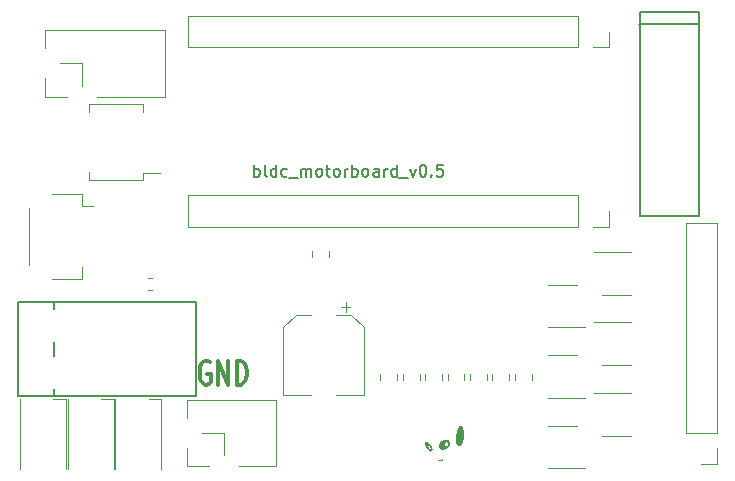
<source format=gbr>
G04 #@! TF.GenerationSoftware,KiCad,Pcbnew,5.1.3-ffb9f22~84~ubuntu18.04.1*
G04 #@! TF.CreationDate,2019-10-12T08:12:31-07:00*
G04 #@! TF.ProjectId,board,626f6172-642e-46b6-9963-61645f706362,rev?*
G04 #@! TF.SameCoordinates,Original*
G04 #@! TF.FileFunction,Legend,Top*
G04 #@! TF.FilePolarity,Positive*
%FSLAX46Y46*%
G04 Gerber Fmt 4.6, Leading zero omitted, Abs format (unit mm)*
G04 Created by KiCad (PCBNEW 5.1.3-ffb9f22~84~ubuntu18.04.1) date 2019-10-12 08:12:31*
%MOMM*%
%LPD*%
G04 APERTURE LIST*
%ADD10C,0.300000*%
%ADD11C,0.150000*%
%ADD12C,0.120000*%
%ADD13C,0.127000*%
%ADD14C,0.010000*%
%ADD15C,0.060000*%
G04 APERTURE END LIST*
D10*
X109347142Y-129810000D02*
X109204285Y-129714761D01*
X108990000Y-129714761D01*
X108775714Y-129810000D01*
X108632857Y-130000476D01*
X108561428Y-130190952D01*
X108490000Y-130571904D01*
X108490000Y-130857619D01*
X108561428Y-131238571D01*
X108632857Y-131429047D01*
X108775714Y-131619523D01*
X108990000Y-131714761D01*
X109132857Y-131714761D01*
X109347142Y-131619523D01*
X109418571Y-131524285D01*
X109418571Y-130857619D01*
X109132857Y-130857619D01*
X110061428Y-131714761D02*
X110061428Y-129714761D01*
X110918571Y-131714761D01*
X110918571Y-129714761D01*
X111632857Y-131714761D02*
X111632857Y-129714761D01*
X111990000Y-129714761D01*
X112204285Y-129810000D01*
X112347142Y-130000476D01*
X112418571Y-130190952D01*
X112490000Y-130571904D01*
X112490000Y-130857619D01*
X112418571Y-131238571D01*
X112347142Y-131429047D01*
X112204285Y-131619523D01*
X111990000Y-131714761D01*
X111632857Y-131714761D01*
D11*
X113123809Y-114102380D02*
X113123809Y-113102380D01*
X113123809Y-113483333D02*
X113219047Y-113435714D01*
X113409523Y-113435714D01*
X113504761Y-113483333D01*
X113552380Y-113530952D01*
X113600000Y-113626190D01*
X113600000Y-113911904D01*
X113552380Y-114007142D01*
X113504761Y-114054761D01*
X113409523Y-114102380D01*
X113219047Y-114102380D01*
X113123809Y-114054761D01*
X114171428Y-114102380D02*
X114076190Y-114054761D01*
X114028571Y-113959523D01*
X114028571Y-113102380D01*
X114980952Y-114102380D02*
X114980952Y-113102380D01*
X114980952Y-114054761D02*
X114885714Y-114102380D01*
X114695238Y-114102380D01*
X114600000Y-114054761D01*
X114552380Y-114007142D01*
X114504761Y-113911904D01*
X114504761Y-113626190D01*
X114552380Y-113530952D01*
X114600000Y-113483333D01*
X114695238Y-113435714D01*
X114885714Y-113435714D01*
X114980952Y-113483333D01*
X115885714Y-114054761D02*
X115790476Y-114102380D01*
X115600000Y-114102380D01*
X115504761Y-114054761D01*
X115457142Y-114007142D01*
X115409523Y-113911904D01*
X115409523Y-113626190D01*
X115457142Y-113530952D01*
X115504761Y-113483333D01*
X115600000Y-113435714D01*
X115790476Y-113435714D01*
X115885714Y-113483333D01*
X116076190Y-114197619D02*
X116838095Y-114197619D01*
X117076190Y-114102380D02*
X117076190Y-113435714D01*
X117076190Y-113530952D02*
X117123809Y-113483333D01*
X117219047Y-113435714D01*
X117361904Y-113435714D01*
X117457142Y-113483333D01*
X117504761Y-113578571D01*
X117504761Y-114102380D01*
X117504761Y-113578571D02*
X117552380Y-113483333D01*
X117647619Y-113435714D01*
X117790476Y-113435714D01*
X117885714Y-113483333D01*
X117933333Y-113578571D01*
X117933333Y-114102380D01*
X118552380Y-114102380D02*
X118457142Y-114054761D01*
X118409523Y-114007142D01*
X118361904Y-113911904D01*
X118361904Y-113626190D01*
X118409523Y-113530952D01*
X118457142Y-113483333D01*
X118552380Y-113435714D01*
X118695238Y-113435714D01*
X118790476Y-113483333D01*
X118838095Y-113530952D01*
X118885714Y-113626190D01*
X118885714Y-113911904D01*
X118838095Y-114007142D01*
X118790476Y-114054761D01*
X118695238Y-114102380D01*
X118552380Y-114102380D01*
X119171428Y-113435714D02*
X119552380Y-113435714D01*
X119314285Y-113102380D02*
X119314285Y-113959523D01*
X119361904Y-114054761D01*
X119457142Y-114102380D01*
X119552380Y-114102380D01*
X120028571Y-114102380D02*
X119933333Y-114054761D01*
X119885714Y-114007142D01*
X119838095Y-113911904D01*
X119838095Y-113626190D01*
X119885714Y-113530952D01*
X119933333Y-113483333D01*
X120028571Y-113435714D01*
X120171428Y-113435714D01*
X120266666Y-113483333D01*
X120314285Y-113530952D01*
X120361904Y-113626190D01*
X120361904Y-113911904D01*
X120314285Y-114007142D01*
X120266666Y-114054761D01*
X120171428Y-114102380D01*
X120028571Y-114102380D01*
X120790476Y-114102380D02*
X120790476Y-113435714D01*
X120790476Y-113626190D02*
X120838095Y-113530952D01*
X120885714Y-113483333D01*
X120980952Y-113435714D01*
X121076190Y-113435714D01*
X121409523Y-114102380D02*
X121409523Y-113102380D01*
X121409523Y-113483333D02*
X121504761Y-113435714D01*
X121695238Y-113435714D01*
X121790476Y-113483333D01*
X121838095Y-113530952D01*
X121885714Y-113626190D01*
X121885714Y-113911904D01*
X121838095Y-114007142D01*
X121790476Y-114054761D01*
X121695238Y-114102380D01*
X121504761Y-114102380D01*
X121409523Y-114054761D01*
X122457142Y-114102380D02*
X122361904Y-114054761D01*
X122314285Y-114007142D01*
X122266666Y-113911904D01*
X122266666Y-113626190D01*
X122314285Y-113530952D01*
X122361904Y-113483333D01*
X122457142Y-113435714D01*
X122600000Y-113435714D01*
X122695238Y-113483333D01*
X122742857Y-113530952D01*
X122790476Y-113626190D01*
X122790476Y-113911904D01*
X122742857Y-114007142D01*
X122695238Y-114054761D01*
X122600000Y-114102380D01*
X122457142Y-114102380D01*
X123647619Y-114102380D02*
X123647619Y-113578571D01*
X123600000Y-113483333D01*
X123504761Y-113435714D01*
X123314285Y-113435714D01*
X123219047Y-113483333D01*
X123647619Y-114054761D02*
X123552380Y-114102380D01*
X123314285Y-114102380D01*
X123219047Y-114054761D01*
X123171428Y-113959523D01*
X123171428Y-113864285D01*
X123219047Y-113769047D01*
X123314285Y-113721428D01*
X123552380Y-113721428D01*
X123647619Y-113673809D01*
X124123809Y-114102380D02*
X124123809Y-113435714D01*
X124123809Y-113626190D02*
X124171428Y-113530952D01*
X124219047Y-113483333D01*
X124314285Y-113435714D01*
X124409523Y-113435714D01*
X125171428Y-114102380D02*
X125171428Y-113102380D01*
X125171428Y-114054761D02*
X125076190Y-114102380D01*
X124885714Y-114102380D01*
X124790476Y-114054761D01*
X124742857Y-114007142D01*
X124695238Y-113911904D01*
X124695238Y-113626190D01*
X124742857Y-113530952D01*
X124790476Y-113483333D01*
X124885714Y-113435714D01*
X125076190Y-113435714D01*
X125171428Y-113483333D01*
X125409523Y-114197619D02*
X126171428Y-114197619D01*
X126314285Y-113435714D02*
X126552380Y-114102380D01*
X126790476Y-113435714D01*
X127361904Y-113102380D02*
X127457142Y-113102380D01*
X127552380Y-113150000D01*
X127600000Y-113197619D01*
X127647619Y-113292857D01*
X127695238Y-113483333D01*
X127695238Y-113721428D01*
X127647619Y-113911904D01*
X127600000Y-114007142D01*
X127552380Y-114054761D01*
X127457142Y-114102380D01*
X127361904Y-114102380D01*
X127266666Y-114054761D01*
X127219047Y-114007142D01*
X127171428Y-113911904D01*
X127123809Y-113721428D01*
X127123809Y-113483333D01*
X127171428Y-113292857D01*
X127219047Y-113197619D01*
X127266666Y-113150000D01*
X127361904Y-113102380D01*
X128123809Y-114007142D02*
X128171428Y-114054761D01*
X128123809Y-114102380D01*
X128076190Y-114054761D01*
X128123809Y-114007142D01*
X128123809Y-114102380D01*
X129076190Y-113102380D02*
X128600000Y-113102380D01*
X128552380Y-113578571D01*
X128600000Y-113530952D01*
X128695238Y-113483333D01*
X128933333Y-113483333D01*
X129028571Y-113530952D01*
X129076190Y-113578571D01*
X129123809Y-113673809D01*
X129123809Y-113911904D01*
X129076190Y-114007142D01*
X129028571Y-114054761D01*
X128933333Y-114102380D01*
X128695238Y-114102380D01*
X128600000Y-114054761D01*
X128552380Y-114007142D01*
D12*
X118035000Y-120391422D02*
X118035000Y-120908578D01*
X119455000Y-120391422D02*
X119455000Y-120908578D01*
X95995500Y-115579500D02*
X98495500Y-115579500D01*
X98495500Y-115579500D02*
X98495500Y-116629500D01*
X98495500Y-116629500D02*
X99485500Y-116629500D01*
X95995500Y-122799500D02*
X98495500Y-122799500D01*
X98495500Y-122799500D02*
X98495500Y-121749500D01*
X94025500Y-116749500D02*
X94025500Y-121629500D01*
X143148000Y-101836000D02*
X143148000Y-103166000D01*
X143148000Y-103166000D02*
X141818000Y-103166000D01*
X140548000Y-103166000D02*
X107468000Y-103166000D01*
X107468000Y-100506000D02*
X107468000Y-103166000D01*
X140548000Y-100506000D02*
X107468000Y-100506000D01*
X140548000Y-100506000D02*
X140548000Y-103166000D01*
X141150000Y-132850000D02*
X138020000Y-132850000D01*
X140480000Y-129250000D02*
X138020000Y-129250000D01*
X103709000Y-107965000D02*
X99090000Y-107965000D01*
X105100000Y-113785000D02*
X103709000Y-113785000D01*
X103709000Y-114435000D02*
X103709000Y-113785000D01*
X103709000Y-114435000D02*
X99090000Y-114435000D01*
X99090000Y-114435000D02*
X99090000Y-113725000D01*
X103709000Y-108675000D02*
X103709000Y-107965000D01*
X99090000Y-108675000D02*
X99090000Y-107965000D01*
X97350000Y-138850000D02*
X97350000Y-132950000D01*
X101250000Y-138850000D02*
X101250000Y-132950000D01*
X101250000Y-132950000D02*
X100175000Y-132950000D01*
X97150000Y-132950000D02*
X96075000Y-132950000D01*
X97150000Y-138850000D02*
X97150000Y-132950000D01*
X93250000Y-138850000D02*
X93250000Y-132950000D01*
X129010000Y-130841422D02*
X129010000Y-131358578D01*
X127590000Y-130841422D02*
X127590000Y-131358578D01*
X133290000Y-130841422D02*
X133290000Y-131358578D01*
X134710000Y-130841422D02*
X134710000Y-131358578D01*
X132810000Y-130841422D02*
X132810000Y-131358578D01*
X131390000Y-130841422D02*
X131390000Y-131358578D01*
X115590000Y-132610000D02*
X117940000Y-132610000D01*
X122410000Y-132610000D02*
X120060000Y-132610000D01*
X122410000Y-126854437D02*
X122410000Y-132610000D01*
X115590000Y-126854437D02*
X115590000Y-132610000D01*
X116654437Y-125790000D02*
X117940000Y-125790000D01*
X121345563Y-125790000D02*
X120060000Y-125790000D01*
X121345563Y-125790000D02*
X122410000Y-126854437D01*
X116654437Y-125790000D02*
X115590000Y-126854437D01*
X120847500Y-124762500D02*
X120847500Y-125550000D01*
X121241250Y-125156250D02*
X120453750Y-125156250D01*
X140548000Y-115706000D02*
X140548000Y-118366000D01*
X140548000Y-115706000D02*
X107468000Y-115706000D01*
X107468000Y-115706000D02*
X107468000Y-118366000D01*
X140548000Y-118366000D02*
X107468000Y-118366000D01*
X143148000Y-118366000D02*
X141818000Y-118366000D01*
X143148000Y-117036000D02*
X143148000Y-118366000D01*
D13*
X145707200Y-101193600D02*
X150787200Y-101193600D01*
X145747200Y-117473600D02*
X150747200Y-117473600D01*
X145747200Y-100153600D02*
X145747200Y-117473600D01*
X150747200Y-100153600D02*
X145747200Y-100153600D01*
X150747200Y-117473600D02*
X150747200Y-100153600D01*
D12*
X152307600Y-138439200D02*
X150977600Y-138439200D01*
X152307600Y-137109200D02*
X152307600Y-138439200D01*
X152307600Y-135839200D02*
X149647600Y-135839200D01*
X149647600Y-135839200D02*
X149647600Y-117999200D01*
X152307600Y-135839200D02*
X152307600Y-117999200D01*
X152307600Y-117999200D02*
X149647600Y-117999200D01*
X104159233Y-123700000D02*
X104501767Y-123700000D01*
X104159233Y-122680000D02*
X104501767Y-122680000D01*
D11*
X108150000Y-124700000D02*
X93150000Y-124700000D01*
X108150000Y-132700000D02*
X108150000Y-124700000D01*
X93150000Y-132700000D02*
X108150000Y-132700000D01*
X93150000Y-124700000D02*
X93150000Y-132700000D01*
X96150000Y-132700000D02*
X96150000Y-132100000D01*
X96150000Y-129300000D02*
X96150000Y-128100000D01*
X96150000Y-124700000D02*
X96150000Y-125300000D01*
D12*
X141150000Y-126855000D02*
X138020000Y-126855000D01*
X140480000Y-123255000D02*
X138020000Y-123255000D01*
X141900000Y-120500000D02*
X145030000Y-120500000D01*
X142570000Y-124100000D02*
X145030000Y-124100000D01*
X141900000Y-126450000D02*
X145030000Y-126450000D01*
X142570000Y-130050000D02*
X145030000Y-130050000D01*
X141150000Y-138800000D02*
X138020000Y-138800000D01*
X140480000Y-135200000D02*
X138020000Y-135200000D01*
X141900000Y-132450000D02*
X145030000Y-132450000D01*
X142570000Y-136050000D02*
X145030000Y-136050000D01*
X123790000Y-130841422D02*
X123790000Y-131358578D01*
X125210000Y-130841422D02*
X125210000Y-131358578D01*
X125690000Y-130841422D02*
X125690000Y-131358578D01*
X127110000Y-130841422D02*
X127110000Y-131358578D01*
X129490000Y-130841422D02*
X129490000Y-131358578D01*
X130910000Y-130841422D02*
X130910000Y-131358578D01*
X99840000Y-107330000D02*
X105525000Y-107330000D01*
X105525000Y-107330000D02*
X105525000Y-101730000D01*
X95425000Y-101730000D02*
X105525000Y-101730000D01*
X95425000Y-103260000D02*
X95425000Y-101730000D01*
X96700000Y-104530000D02*
X98570000Y-104530000D01*
X98570000Y-104530000D02*
X98570000Y-106400000D01*
X97300000Y-107330000D02*
X95425000Y-107330000D01*
X95425000Y-107330000D02*
X95425000Y-105800000D01*
X101350000Y-138850000D02*
X101350000Y-132950000D01*
X105250000Y-138850000D02*
X105250000Y-132950000D01*
X105250000Y-132950000D02*
X104175000Y-132950000D01*
X111835000Y-138650000D02*
X114950000Y-138650000D01*
X114950000Y-138650000D02*
X114950000Y-133050000D01*
X107450000Y-133050000D02*
X114950000Y-133050000D01*
X107450000Y-134580000D02*
X107450000Y-133050000D01*
X108695000Y-135850000D02*
X110565000Y-135850000D01*
X110565000Y-135850000D02*
X110565000Y-137720000D01*
X109295000Y-138650000D02*
X107450000Y-138650000D01*
X107450000Y-138650000D02*
X107450000Y-137120000D01*
X136610000Y-130841422D02*
X136610000Y-131358578D01*
X135190000Y-130841422D02*
X135190000Y-131358578D01*
D14*
G36*
X130578201Y-135239738D02*
G01*
X130598348Y-135241965D01*
X130615863Y-135245564D01*
X130631188Y-135251308D01*
X130644766Y-135259971D01*
X130657039Y-135272324D01*
X130668450Y-135289140D01*
X130679440Y-135311193D01*
X130690453Y-135339255D01*
X130701931Y-135374099D01*
X130714316Y-135416498D01*
X130728050Y-135467225D01*
X130743577Y-135527052D01*
X130744299Y-135529867D01*
X130761506Y-135602474D01*
X130775540Y-135674276D01*
X130786689Y-135747443D01*
X130795238Y-135824150D01*
X130801474Y-135906569D01*
X130805609Y-135994760D01*
X130806717Y-136028405D01*
X130807222Y-136054525D01*
X130806933Y-136075749D01*
X130805658Y-136094703D01*
X130803208Y-136114014D01*
X130799391Y-136136309D01*
X130794016Y-136164217D01*
X130792872Y-136170020D01*
X130776391Y-136248711D01*
X130758865Y-136323406D01*
X130740546Y-136393339D01*
X130721687Y-136457741D01*
X130702541Y-136515845D01*
X130683359Y-136566882D01*
X130664394Y-136610085D01*
X130645900Y-136644686D01*
X130628657Y-136669293D01*
X130617953Y-136682749D01*
X130603677Y-136701717D01*
X130587975Y-136723311D01*
X130577487Y-136738152D01*
X130551986Y-136772275D01*
X130528222Y-136799201D01*
X130506922Y-136818184D01*
X130489823Y-136828106D01*
X130477848Y-136830698D01*
X130460149Y-136832358D01*
X130445639Y-136832712D01*
X130429049Y-136831866D01*
X130413769Y-136829024D01*
X130396746Y-136823303D01*
X130374929Y-136813818D01*
X130365960Y-136809618D01*
X130343192Y-136797894D01*
X130321706Y-136785181D01*
X130304652Y-136773418D01*
X130298199Y-136767955D01*
X130275298Y-136739710D01*
X130255228Y-136701883D01*
X130237972Y-136654420D01*
X130223507Y-136597269D01*
X130214959Y-136551020D01*
X130212442Y-136533764D01*
X130210422Y-136515587D01*
X130208848Y-136495174D01*
X130207672Y-136471208D01*
X130206843Y-136442375D01*
X130206312Y-136407359D01*
X130206029Y-136364844D01*
X130205945Y-136313516D01*
X130205945Y-136312260D01*
X130206068Y-136255778D01*
X130206514Y-136207431D01*
X130207403Y-136165192D01*
X130208857Y-136127037D01*
X130210997Y-136090942D01*
X130213942Y-136054882D01*
X130217814Y-136016833D01*
X130222734Y-135974769D01*
X130228823Y-135926667D01*
X130229068Y-135924778D01*
X130238126Y-135867754D01*
X130250976Y-135805299D01*
X130267031Y-135739301D01*
X130285706Y-135671648D01*
X130306413Y-135604227D01*
X130328565Y-135538927D01*
X130351577Y-135477635D01*
X130374862Y-135422239D01*
X130397832Y-135374626D01*
X130403030Y-135364937D01*
X130430897Y-135320835D01*
X130461983Y-135283517D01*
X130462588Y-135282896D01*
X130485380Y-135261619D01*
X130506068Y-135247902D01*
X130527763Y-135240583D01*
X130553575Y-135238502D01*
X130578201Y-135239738D01*
X130578201Y-135239738D01*
G37*
X130578201Y-135239738D02*
X130598348Y-135241965D01*
X130615863Y-135245564D01*
X130631188Y-135251308D01*
X130644766Y-135259971D01*
X130657039Y-135272324D01*
X130668450Y-135289140D01*
X130679440Y-135311193D01*
X130690453Y-135339255D01*
X130701931Y-135374099D01*
X130714316Y-135416498D01*
X130728050Y-135467225D01*
X130743577Y-135527052D01*
X130744299Y-135529867D01*
X130761506Y-135602474D01*
X130775540Y-135674276D01*
X130786689Y-135747443D01*
X130795238Y-135824150D01*
X130801474Y-135906569D01*
X130805609Y-135994760D01*
X130806717Y-136028405D01*
X130807222Y-136054525D01*
X130806933Y-136075749D01*
X130805658Y-136094703D01*
X130803208Y-136114014D01*
X130799391Y-136136309D01*
X130794016Y-136164217D01*
X130792872Y-136170020D01*
X130776391Y-136248711D01*
X130758865Y-136323406D01*
X130740546Y-136393339D01*
X130721687Y-136457741D01*
X130702541Y-136515845D01*
X130683359Y-136566882D01*
X130664394Y-136610085D01*
X130645900Y-136644686D01*
X130628657Y-136669293D01*
X130617953Y-136682749D01*
X130603677Y-136701717D01*
X130587975Y-136723311D01*
X130577487Y-136738152D01*
X130551986Y-136772275D01*
X130528222Y-136799201D01*
X130506922Y-136818184D01*
X130489823Y-136828106D01*
X130477848Y-136830698D01*
X130460149Y-136832358D01*
X130445639Y-136832712D01*
X130429049Y-136831866D01*
X130413769Y-136829024D01*
X130396746Y-136823303D01*
X130374929Y-136813818D01*
X130365960Y-136809618D01*
X130343192Y-136797894D01*
X130321706Y-136785181D01*
X130304652Y-136773418D01*
X130298199Y-136767955D01*
X130275298Y-136739710D01*
X130255228Y-136701883D01*
X130237972Y-136654420D01*
X130223507Y-136597269D01*
X130214959Y-136551020D01*
X130212442Y-136533764D01*
X130210422Y-136515587D01*
X130208848Y-136495174D01*
X130207672Y-136471208D01*
X130206843Y-136442375D01*
X130206312Y-136407359D01*
X130206029Y-136364844D01*
X130205945Y-136313516D01*
X130205945Y-136312260D01*
X130206068Y-136255778D01*
X130206514Y-136207431D01*
X130207403Y-136165192D01*
X130208857Y-136127037D01*
X130210997Y-136090942D01*
X130213942Y-136054882D01*
X130217814Y-136016833D01*
X130222734Y-135974769D01*
X130228823Y-135926667D01*
X130229068Y-135924778D01*
X130238126Y-135867754D01*
X130250976Y-135805299D01*
X130267031Y-135739301D01*
X130285706Y-135671648D01*
X130306413Y-135604227D01*
X130328565Y-135538927D01*
X130351577Y-135477635D01*
X130374862Y-135422239D01*
X130397832Y-135374626D01*
X130403030Y-135364937D01*
X130430897Y-135320835D01*
X130461983Y-135283517D01*
X130462588Y-135282896D01*
X130485380Y-135261619D01*
X130506068Y-135247902D01*
X130527763Y-135240583D01*
X130553575Y-135238502D01*
X130578201Y-135239738D01*
G36*
X129328423Y-136401777D02*
G01*
X129366263Y-136405066D01*
X129386759Y-136408897D01*
X129438390Y-136425874D01*
X129483060Y-136449654D01*
X129520646Y-136479527D01*
X129551024Y-136514781D01*
X129574071Y-136554703D01*
X129589661Y-136598583D01*
X129597672Y-136645708D01*
X129597980Y-136695366D01*
X129590461Y-136746846D01*
X129574990Y-136799436D01*
X129551445Y-136852424D01*
X129519701Y-136905099D01*
X129481669Y-136954398D01*
X129432024Y-137005506D01*
X129377034Y-137050255D01*
X129317863Y-137088142D01*
X129255678Y-137118666D01*
X129191645Y-137141325D01*
X129126929Y-137155617D01*
X129062695Y-137161041D01*
X129008218Y-137158169D01*
X128953393Y-137147107D01*
X128904297Y-137128036D01*
X128861371Y-137101148D01*
X128842887Y-137085333D01*
X128811140Y-137051436D01*
X128788000Y-137016962D01*
X128772118Y-136979320D01*
X128762141Y-136935916D01*
X128760986Y-136928145D01*
X128758426Y-136873755D01*
X128765286Y-136818691D01*
X128780934Y-136763752D01*
X128794275Y-136733475D01*
X129159164Y-136733475D01*
X129161545Y-136755112D01*
X129174506Y-136799304D01*
X129195689Y-136838657D01*
X129224198Y-136872122D01*
X129259137Y-136898653D01*
X129299610Y-136917204D01*
X129300453Y-136917481D01*
X129320411Y-136921460D01*
X129347461Y-136923152D01*
X129365684Y-136922976D01*
X129389938Y-136921571D01*
X129408324Y-136918634D01*
X129425122Y-136913176D01*
X129442690Y-136905155D01*
X129479679Y-136881788D01*
X129510282Y-136851948D01*
X129533754Y-136817048D01*
X129549349Y-136778504D01*
X129556322Y-136737728D01*
X129553925Y-136696134D01*
X129553670Y-136694722D01*
X129540966Y-136652824D01*
X129519644Y-136614438D01*
X129490985Y-136581215D01*
X129456270Y-136554806D01*
X129437445Y-136544858D01*
X129407518Y-136535350D01*
X129372396Y-136530786D01*
X129335790Y-136531225D01*
X129301413Y-136536724D01*
X129283531Y-136542426D01*
X129248383Y-136561486D01*
X129217691Y-136587944D01*
X129192440Y-136620087D01*
X129173613Y-136656199D01*
X129162193Y-136694567D01*
X129159164Y-136733475D01*
X128794275Y-136733475D01*
X128804736Y-136709736D01*
X128836061Y-136657441D01*
X128874274Y-136607666D01*
X128918745Y-136561207D01*
X128968840Y-136518864D01*
X129023926Y-136481434D01*
X129083370Y-136449716D01*
X129146541Y-136424507D01*
X129164886Y-136418701D01*
X129201263Y-136410238D01*
X129242757Y-136404503D01*
X129286199Y-136401636D01*
X129328423Y-136401777D01*
X129328423Y-136401777D01*
G37*
X129328423Y-136401777D02*
X129366263Y-136405066D01*
X129386759Y-136408897D01*
X129438390Y-136425874D01*
X129483060Y-136449654D01*
X129520646Y-136479527D01*
X129551024Y-136514781D01*
X129574071Y-136554703D01*
X129589661Y-136598583D01*
X129597672Y-136645708D01*
X129597980Y-136695366D01*
X129590461Y-136746846D01*
X129574990Y-136799436D01*
X129551445Y-136852424D01*
X129519701Y-136905099D01*
X129481669Y-136954398D01*
X129432024Y-137005506D01*
X129377034Y-137050255D01*
X129317863Y-137088142D01*
X129255678Y-137118666D01*
X129191645Y-137141325D01*
X129126929Y-137155617D01*
X129062695Y-137161041D01*
X129008218Y-137158169D01*
X128953393Y-137147107D01*
X128904297Y-137128036D01*
X128861371Y-137101148D01*
X128842887Y-137085333D01*
X128811140Y-137051436D01*
X128788000Y-137016962D01*
X128772118Y-136979320D01*
X128762141Y-136935916D01*
X128760986Y-136928145D01*
X128758426Y-136873755D01*
X128765286Y-136818691D01*
X128780934Y-136763752D01*
X128794275Y-136733475D01*
X129159164Y-136733475D01*
X129161545Y-136755112D01*
X129174506Y-136799304D01*
X129195689Y-136838657D01*
X129224198Y-136872122D01*
X129259137Y-136898653D01*
X129299610Y-136917204D01*
X129300453Y-136917481D01*
X129320411Y-136921460D01*
X129347461Y-136923152D01*
X129365684Y-136922976D01*
X129389938Y-136921571D01*
X129408324Y-136918634D01*
X129425122Y-136913176D01*
X129442690Y-136905155D01*
X129479679Y-136881788D01*
X129510282Y-136851948D01*
X129533754Y-136817048D01*
X129549349Y-136778504D01*
X129556322Y-136737728D01*
X129553925Y-136696134D01*
X129553670Y-136694722D01*
X129540966Y-136652824D01*
X129519644Y-136614438D01*
X129490985Y-136581215D01*
X129456270Y-136554806D01*
X129437445Y-136544858D01*
X129407518Y-136535350D01*
X129372396Y-136530786D01*
X129335790Y-136531225D01*
X129301413Y-136536724D01*
X129283531Y-136542426D01*
X129248383Y-136561486D01*
X129217691Y-136587944D01*
X129192440Y-136620087D01*
X129173613Y-136656199D01*
X129162193Y-136694567D01*
X129159164Y-136733475D01*
X128794275Y-136733475D01*
X128804736Y-136709736D01*
X128836061Y-136657441D01*
X128874274Y-136607666D01*
X128918745Y-136561207D01*
X128968840Y-136518864D01*
X129023926Y-136481434D01*
X129083370Y-136449716D01*
X129146541Y-136424507D01*
X129164886Y-136418701D01*
X129201263Y-136410238D01*
X129242757Y-136404503D01*
X129286199Y-136401636D01*
X129328423Y-136401777D01*
G36*
X127703665Y-136592400D02*
G01*
X127721199Y-136594815D01*
X127737879Y-136600076D01*
X127756678Y-136608404D01*
X127806544Y-136636810D01*
X127856028Y-136674026D01*
X127904186Y-136718713D01*
X127950077Y-136769536D01*
X127992757Y-136825158D01*
X128031285Y-136884244D01*
X128064717Y-136945456D01*
X128092112Y-137007459D01*
X128112526Y-137068917D01*
X128125018Y-137128492D01*
X128125381Y-137131129D01*
X128128149Y-137174196D01*
X128124456Y-137212257D01*
X128114593Y-137244427D01*
X128098853Y-137269822D01*
X128077525Y-137287556D01*
X128073187Y-137289832D01*
X128045219Y-137298318D01*
X128013409Y-137299581D01*
X127981189Y-137293488D01*
X127980740Y-137293346D01*
X127937203Y-137275057D01*
X127892270Y-137247842D01*
X127846881Y-137212665D01*
X127801976Y-137170487D01*
X127758495Y-137122272D01*
X127717378Y-137068982D01*
X127679565Y-137011579D01*
X127645996Y-136951026D01*
X127645540Y-136950119D01*
X127620181Y-136895845D01*
X127611711Y-136873574D01*
X127765284Y-136873574D01*
X127765543Y-136901315D01*
X127768121Y-136929311D01*
X127772567Y-136952702D01*
X127782407Y-136982865D01*
X127796999Y-137017156D01*
X127814535Y-137051944D01*
X127833208Y-137083596D01*
X127848382Y-137105022D01*
X127879895Y-137140806D01*
X127911152Y-137168895D01*
X127941506Y-137189000D01*
X127970309Y-137200834D01*
X127996913Y-137204109D01*
X128020670Y-137198538D01*
X128036133Y-137188466D01*
X128050767Y-137171999D01*
X128060019Y-137152003D01*
X128064606Y-137126313D01*
X128065402Y-137100316D01*
X128061584Y-137061085D01*
X128051587Y-137020767D01*
X128036265Y-136980451D01*
X128016466Y-136941228D01*
X127993042Y-136904188D01*
X127966844Y-136870421D01*
X127938723Y-136841018D01*
X127909529Y-136817069D01*
X127880113Y-136799664D01*
X127851326Y-136789894D01*
X127824019Y-136788849D01*
X127822521Y-136789075D01*
X127800226Y-136797610D01*
X127781870Y-136814429D01*
X127771805Y-136831686D01*
X127767365Y-136849295D01*
X127765284Y-136873574D01*
X127611711Y-136873574D01*
X127601505Y-136846742D01*
X127588956Y-136800850D01*
X127581980Y-136756209D01*
X127580024Y-136718820D01*
X127580147Y-136693734D01*
X127581356Y-136675780D01*
X127584108Y-136661950D01*
X127588861Y-136649235D01*
X127591443Y-136643751D01*
X127602212Y-136626421D01*
X127615671Y-136610733D01*
X127621471Y-136605651D01*
X127631774Y-136598608D01*
X127641873Y-136594452D01*
X127654939Y-136592443D01*
X127674145Y-136591838D01*
X127680641Y-136591820D01*
X127703665Y-136592400D01*
X127703665Y-136592400D01*
G37*
X127703665Y-136592400D02*
X127721199Y-136594815D01*
X127737879Y-136600076D01*
X127756678Y-136608404D01*
X127806544Y-136636810D01*
X127856028Y-136674026D01*
X127904186Y-136718713D01*
X127950077Y-136769536D01*
X127992757Y-136825158D01*
X128031285Y-136884244D01*
X128064717Y-136945456D01*
X128092112Y-137007459D01*
X128112526Y-137068917D01*
X128125018Y-137128492D01*
X128125381Y-137131129D01*
X128128149Y-137174196D01*
X128124456Y-137212257D01*
X128114593Y-137244427D01*
X128098853Y-137269822D01*
X128077525Y-137287556D01*
X128073187Y-137289832D01*
X128045219Y-137298318D01*
X128013409Y-137299581D01*
X127981189Y-137293488D01*
X127980740Y-137293346D01*
X127937203Y-137275057D01*
X127892270Y-137247842D01*
X127846881Y-137212665D01*
X127801976Y-137170487D01*
X127758495Y-137122272D01*
X127717378Y-137068982D01*
X127679565Y-137011579D01*
X127645996Y-136951026D01*
X127645540Y-136950119D01*
X127620181Y-136895845D01*
X127611711Y-136873574D01*
X127765284Y-136873574D01*
X127765543Y-136901315D01*
X127768121Y-136929311D01*
X127772567Y-136952702D01*
X127782407Y-136982865D01*
X127796999Y-137017156D01*
X127814535Y-137051944D01*
X127833208Y-137083596D01*
X127848382Y-137105022D01*
X127879895Y-137140806D01*
X127911152Y-137168895D01*
X127941506Y-137189000D01*
X127970309Y-137200834D01*
X127996913Y-137204109D01*
X128020670Y-137198538D01*
X128036133Y-137188466D01*
X128050767Y-137171999D01*
X128060019Y-137152003D01*
X128064606Y-137126313D01*
X128065402Y-137100316D01*
X128061584Y-137061085D01*
X128051587Y-137020767D01*
X128036265Y-136980451D01*
X128016466Y-136941228D01*
X127993042Y-136904188D01*
X127966844Y-136870421D01*
X127938723Y-136841018D01*
X127909529Y-136817069D01*
X127880113Y-136799664D01*
X127851326Y-136789894D01*
X127824019Y-136788849D01*
X127822521Y-136789075D01*
X127800226Y-136797610D01*
X127781870Y-136814429D01*
X127771805Y-136831686D01*
X127767365Y-136849295D01*
X127765284Y-136873574D01*
X127611711Y-136873574D01*
X127601505Y-136846742D01*
X127588956Y-136800850D01*
X127581980Y-136756209D01*
X127580024Y-136718820D01*
X127580147Y-136693734D01*
X127581356Y-136675780D01*
X127584108Y-136661950D01*
X127588861Y-136649235D01*
X127591443Y-136643751D01*
X127602212Y-136626421D01*
X127615671Y-136610733D01*
X127621471Y-136605651D01*
X127631774Y-136598608D01*
X127641873Y-136594452D01*
X127654939Y-136592443D01*
X127674145Y-136591838D01*
X127680641Y-136591820D01*
X127703665Y-136592400D01*
D15*
G36*
X129034692Y-138031830D02*
G01*
X129038884Y-138037238D01*
X129039842Y-138045434D01*
X129035424Y-138050854D01*
X129023375Y-138058710D01*
X129005655Y-138068093D01*
X128984225Y-138078090D01*
X128961046Y-138087791D01*
X128938078Y-138096284D01*
X128917282Y-138102659D01*
X128915917Y-138103013D01*
X128872856Y-138110486D01*
X128824361Y-138112860D01*
X128773785Y-138110138D01*
X128727500Y-138102965D01*
X128700200Y-138097186D01*
X128681309Y-138092973D01*
X128669286Y-138089840D01*
X128662588Y-138087302D01*
X128659673Y-138084876D01*
X128658999Y-138082076D01*
X128658997Y-138081433D01*
X128660026Y-138073727D01*
X128663898Y-138069084D01*
X128672140Y-138067369D01*
X128686276Y-138068449D01*
X128707832Y-138072190D01*
X128724960Y-138075657D01*
X128783922Y-138085109D01*
X128837388Y-138087441D01*
X128887312Y-138082442D01*
X128935646Y-138069901D01*
X128984342Y-138049609D01*
X128989221Y-138047188D01*
X129011207Y-138036758D01*
X129025915Y-138031654D01*
X129034692Y-138031830D01*
X129034692Y-138031830D01*
G37*
X129034692Y-138031830D02*
X129038884Y-138037238D01*
X129039842Y-138045434D01*
X129035424Y-138050854D01*
X129023375Y-138058710D01*
X129005655Y-138068093D01*
X128984225Y-138078090D01*
X128961046Y-138087791D01*
X128938078Y-138096284D01*
X128917282Y-138102659D01*
X128915917Y-138103013D01*
X128872856Y-138110486D01*
X128824361Y-138112860D01*
X128773785Y-138110138D01*
X128727500Y-138102965D01*
X128700200Y-138097186D01*
X128681309Y-138092973D01*
X128669286Y-138089840D01*
X128662588Y-138087302D01*
X128659673Y-138084876D01*
X128658999Y-138082076D01*
X128658997Y-138081433D01*
X128660026Y-138073727D01*
X128663898Y-138069084D01*
X128672140Y-138067369D01*
X128686276Y-138068449D01*
X128707832Y-138072190D01*
X128724960Y-138075657D01*
X128783922Y-138085109D01*
X128837388Y-138087441D01*
X128887312Y-138082442D01*
X128935646Y-138069901D01*
X128984342Y-138049609D01*
X128989221Y-138047188D01*
X129011207Y-138036758D01*
X129025915Y-138031654D01*
X129034692Y-138031830D01*
M02*

</source>
